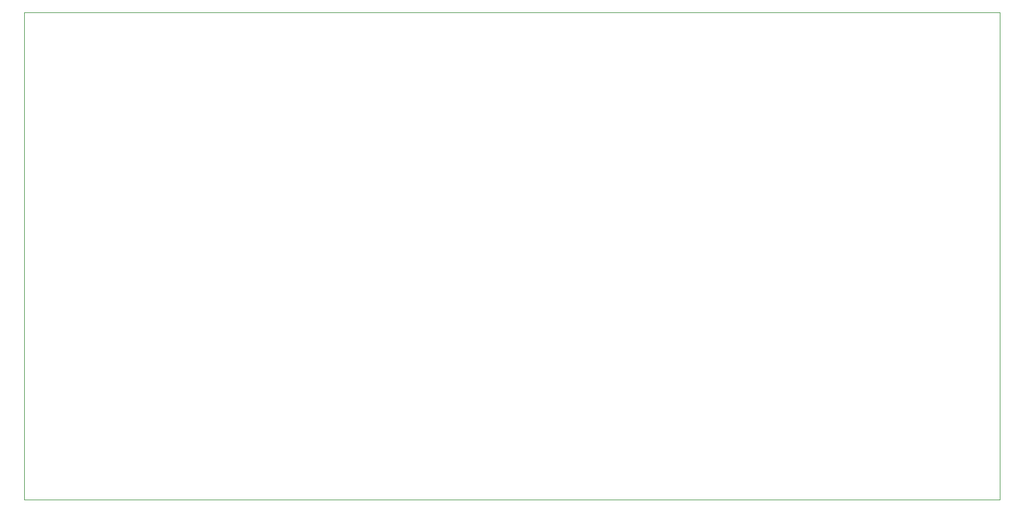
<source format=gbr>
G04 --- HEADER BEGIN --- *
G04 #@! TF.GenerationSoftware,LibrePCB,LibrePCB,1.0.0*
G04 #@! TF.CreationDate,2024-04-26T04:51:19*
G04 #@! TF.ProjectId,OSm Thermal,b11a65fa-6c4c-431c-8545-341aca355aaf,v1*
G04 #@! TF.Part,Single*
G04 #@! TF.SameCoordinates*
G04 #@! TF.FileFunction,Profile,NP*
%FSLAX66Y66*%
%MOMM*%
G01*
G75*
G04 --- HEADER END --- *
G04 --- APERTURE LIST BEGIN --- *
G04 #@! TA.AperFunction,Profile*
%ADD10C,0.001*%
G04 #@! TD*
G04 --- APERTURE LIST END --- *
G04 --- BOARD BEGIN --- *
D10*
X0Y0D02*
X0Y-70000000D01*
X140000000Y-70000000D01*
X140000000Y0D01*
X0Y0D01*
G04 --- BOARD END --- *
G04 #@! TF.MD5,6499cdba259400a8090715848967a5b5*
M02*

</source>
